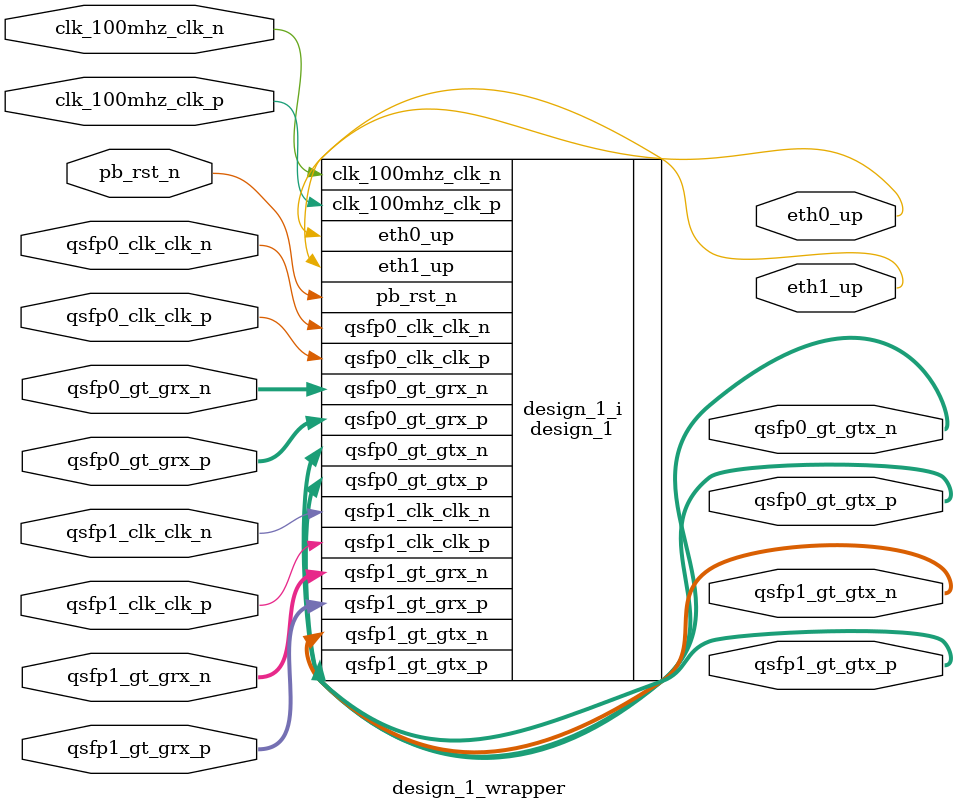
<source format=v>
`timescale 1 ps / 1 ps

module design_1_wrapper
   (clk_100mhz_clk_n,
    clk_100mhz_clk_p,
    eth0_up,
    eth1_up,
    pb_rst_n,
    qsfp0_clk_clk_n,
    qsfp0_clk_clk_p,
    qsfp0_gt_grx_n,
    qsfp0_gt_grx_p,
    qsfp0_gt_gtx_n,
    qsfp0_gt_gtx_p,
    qsfp1_clk_clk_n,
    qsfp1_clk_clk_p,
    qsfp1_gt_grx_n,
    qsfp1_gt_grx_p,
    qsfp1_gt_gtx_n,
    qsfp1_gt_gtx_p);
  input [0:0]clk_100mhz_clk_n;
  input [0:0]clk_100mhz_clk_p;
  output eth0_up;
  output eth1_up;
  input pb_rst_n;
  input qsfp0_clk_clk_n;
  input qsfp0_clk_clk_p;
  input [3:0]qsfp0_gt_grx_n;
  input [3:0]qsfp0_gt_grx_p;
  output [3:0]qsfp0_gt_gtx_n;
  output [3:0]qsfp0_gt_gtx_p;
  input qsfp1_clk_clk_n;
  input qsfp1_clk_clk_p;
  input [3:0]qsfp1_gt_grx_n;
  input [3:0]qsfp1_gt_grx_p;
  output [3:0]qsfp1_gt_gtx_n;
  output [3:0]qsfp1_gt_gtx_p;

  wire [0:0]clk_100mhz_clk_n;
  wire [0:0]clk_100mhz_clk_p;
  wire eth0_up;
  wire eth1_up;
  wire pb_rst_n;
  wire qsfp0_clk_clk_n;
  wire qsfp0_clk_clk_p;
  wire [3:0]qsfp0_gt_grx_n;
  wire [3:0]qsfp0_gt_grx_p;
  wire [3:0]qsfp0_gt_gtx_n;
  wire [3:0]qsfp0_gt_gtx_p;
  wire qsfp1_clk_clk_n;
  wire qsfp1_clk_clk_p;
  wire [3:0]qsfp1_gt_grx_n;
  wire [3:0]qsfp1_gt_grx_p;
  wire [3:0]qsfp1_gt_gtx_n;
  wire [3:0]qsfp1_gt_gtx_p;

  design_1 design_1_i
       (.clk_100mhz_clk_n(clk_100mhz_clk_n),
        .clk_100mhz_clk_p(clk_100mhz_clk_p),
        .eth0_up(eth0_up),
        .eth1_up(eth1_up),
        .pb_rst_n(pb_rst_n),
        .qsfp0_clk_clk_n(qsfp0_clk_clk_n),
        .qsfp0_clk_clk_p(qsfp0_clk_clk_p),
        .qsfp0_gt_grx_n(qsfp0_gt_grx_n),
        .qsfp0_gt_grx_p(qsfp0_gt_grx_p),
        .qsfp0_gt_gtx_n(qsfp0_gt_gtx_n),
        .qsfp0_gt_gtx_p(qsfp0_gt_gtx_p),
        .qsfp1_clk_clk_n(qsfp1_clk_clk_n),
        .qsfp1_clk_clk_p(qsfp1_clk_clk_p),
        .qsfp1_gt_grx_n(qsfp1_gt_grx_n),
        .qsfp1_gt_grx_p(qsfp1_gt_grx_p),
        .qsfp1_gt_gtx_n(qsfp1_gt_gtx_n),
        .qsfp1_gt_gtx_p(qsfp1_gt_gtx_p));
endmodule

</source>
